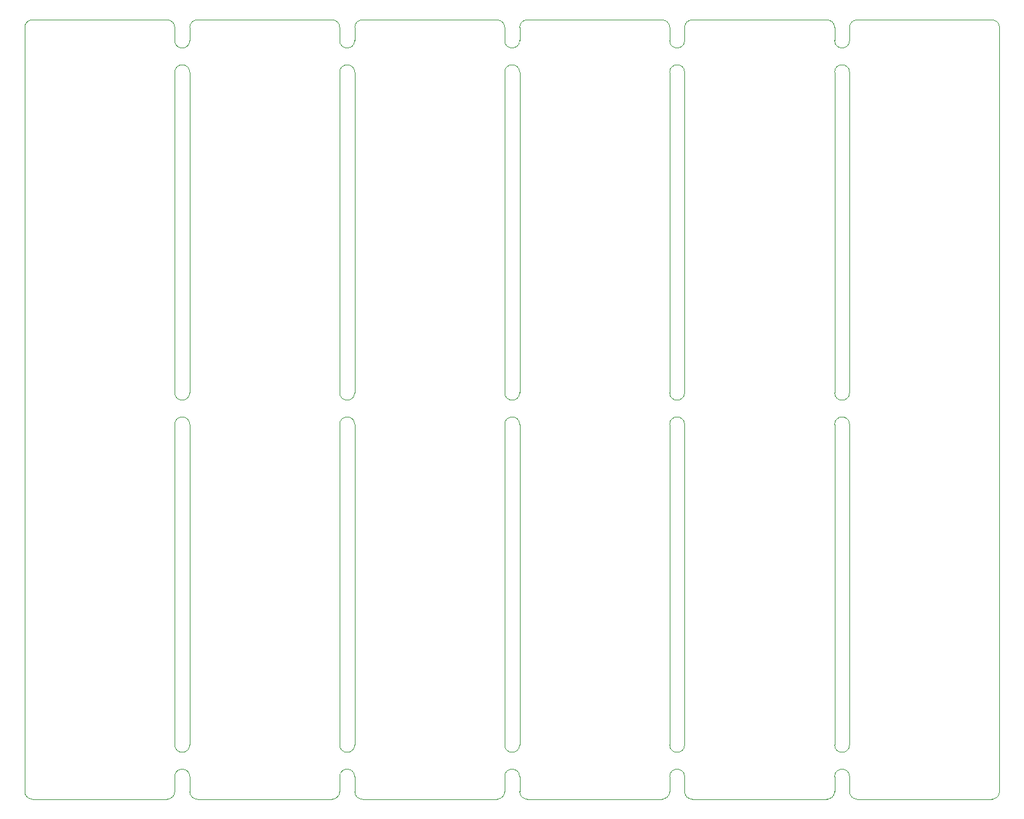
<source format=gbr>
%TF.GenerationSoftware,KiCad,Pcbnew,(6.0.5)*%
%TF.CreationDate,2022-08-13T10:38:26+02:00*%
%TF.ProjectId,clarinoid-devboard,636c6172-696e-46f6-9964-2d646576626f,rev?*%
%TF.SameCoordinates,Original*%
%TF.FileFunction,Profile,NP*%
%FSLAX46Y46*%
G04 Gerber Fmt 4.6, Leading zero omitted, Abs format (unit mm)*
G04 Created by KiCad (PCBNEW (6.0.5)) date 2022-08-13 10:38:26*
%MOMM*%
%LPD*%
G01*
G04 APERTURE LIST*
%TA.AperFunction,Profile*%
%ADD10C,0.100000*%
%TD*%
G04 APERTURE END LIST*
D10*
X135139305Y-44600035D02*
X153139304Y-44600034D01*
X178139304Y-98600034D02*
G75*
G03*
X176139304Y-98600034I-1000000J0D01*
G01*
X178139304Y-145600034D02*
X178139304Y-147600034D01*
X176139304Y-141350034D02*
G75*
G03*
X178139304Y-141350034I1000000J0D01*
G01*
X110139304Y-145600034D02*
X110139303Y-147600033D01*
X112139304Y-98600034D02*
G75*
G03*
X110139304Y-98600034I-1000000J0D01*
G01*
X90139304Y-47350034D02*
X90139305Y-45600035D01*
X153139303Y-148600103D02*
G75*
G03*
X154139303Y-147600033I-103J1000103D01*
G01*
X154139304Y-141350034D02*
G75*
G03*
X156139304Y-141350034I1000000J0D01*
G01*
X134139304Y-51600034D02*
G75*
G03*
X132139304Y-51600034I-1000000J0D01*
G01*
X132139304Y-94350034D02*
G75*
G03*
X134139304Y-94350034I1000000J0D01*
G01*
X154139304Y-94350034D02*
X154139304Y-51600034D01*
X110139304Y-141350034D02*
G75*
G03*
X112139304Y-141350034I1000000J0D01*
G01*
X131139303Y-148600103D02*
G75*
G03*
X132139303Y-147600033I-103J1000103D01*
G01*
X178139304Y-145600034D02*
G75*
G03*
X176139304Y-145600034I-1000000J0D01*
G01*
X68139304Y-45600034D02*
X68139304Y-47350034D01*
X134139304Y-147600034D02*
X134139304Y-145600034D01*
X156139304Y-141350034D02*
X156139304Y-98600034D01*
X91139305Y-44600105D02*
G75*
G03*
X90139305Y-45600035I-105J-999895D01*
G01*
X69139304Y-44600034D02*
X87139303Y-44600035D01*
X68139367Y-147600033D02*
G75*
G03*
X69139305Y-148600033I999933J-67D01*
G01*
X154139304Y-47350034D02*
G75*
G03*
X156139304Y-47350034I1000000J0D01*
G01*
X88139304Y-51600034D02*
X88139304Y-94350034D01*
X176139304Y-94350034D02*
G75*
G03*
X178139304Y-94350034I1000000J0D01*
G01*
X134139304Y-145600034D02*
G75*
G03*
X132139304Y-145600034I-1000000J0D01*
G01*
X176139304Y-141350034D02*
X176139304Y-98600034D01*
X88139304Y-145600034D02*
X88139304Y-147600034D01*
X179139304Y-44600104D02*
G75*
G03*
X178139304Y-45600034I-104J-999896D01*
G01*
X69139304Y-44600004D02*
G75*
G03*
X68139304Y-45600034I96J-1000096D01*
G01*
X157139305Y-44600035D02*
X175139304Y-44600034D01*
X134139304Y-141350034D02*
X134139304Y-98600034D01*
X197139303Y-148600103D02*
G75*
G03*
X198139303Y-147600033I-103J1000103D01*
G01*
X113139305Y-44600035D02*
X131139304Y-44600034D01*
X179139304Y-44600035D02*
X197139303Y-44600034D01*
X197139303Y-148600033D02*
X179139304Y-148600034D01*
X112139304Y-145600034D02*
G75*
G03*
X110139304Y-145600034I-1000000J0D01*
G01*
X135139304Y-148600034D02*
X153139303Y-148600033D01*
X154139304Y-145600034D02*
X154139303Y-147600033D01*
X110139304Y-141350034D02*
X110139304Y-98600034D01*
X134139304Y-98600034D02*
G75*
G03*
X132139304Y-98600034I-1000000J0D01*
G01*
X112139304Y-147600034D02*
X112139304Y-145600034D01*
X131139303Y-148600033D02*
X113139304Y-148600034D01*
X110139304Y-47350034D02*
X110139304Y-45600034D01*
X90139304Y-51600034D02*
G75*
G03*
X88139304Y-51600034I-1000000J0D01*
G01*
X156139304Y-47350034D02*
X156139305Y-45600035D01*
X156139304Y-145600034D02*
G75*
G03*
X154139304Y-145600034I-1000000J0D01*
G01*
X90139304Y-98600034D02*
G75*
G03*
X88139304Y-98600034I-1000000J0D01*
G01*
X90139304Y-141350034D02*
X90139304Y-98600034D01*
X88139304Y-47350034D02*
G75*
G03*
X90139304Y-47350034I1000000J0D01*
G01*
X91139304Y-148600034D02*
X109139303Y-148600033D01*
X178139304Y-141350034D02*
X178139304Y-98600034D01*
X88139365Y-45600035D02*
G75*
G03*
X87139303Y-44600035I-1000065J-65D01*
G01*
X90139304Y-147600034D02*
X90139304Y-145600034D01*
X176139304Y-47350034D02*
X176139304Y-45600034D01*
X176139304Y-145600034D02*
X176139303Y-147600033D01*
X132139304Y-145600034D02*
X132139303Y-147600033D01*
X112139304Y-94350034D02*
X112139304Y-51600034D01*
X157139305Y-44600105D02*
G75*
G03*
X156139305Y-45600035I-105J-999895D01*
G01*
X112139304Y-141350034D02*
X112139304Y-98600034D01*
X69139305Y-148600033D02*
X87139304Y-148600034D01*
X132139304Y-47350034D02*
X132139304Y-45600034D01*
X156139304Y-98600034D02*
G75*
G03*
X154139304Y-98600034I-1000000J0D01*
G01*
X132139304Y-141350034D02*
X132139304Y-98600034D01*
X198139303Y-45600034D02*
X198139303Y-147600033D01*
X88139304Y-98600034D02*
X88139304Y-141350034D01*
X110139366Y-45600034D02*
G75*
G03*
X109139304Y-44600034I-1000066J-66D01*
G01*
X176139304Y-94350034D02*
X176139304Y-51600034D01*
X156139304Y-94350034D02*
X156139304Y-51600034D01*
X88139304Y-94350034D02*
G75*
G03*
X90139304Y-94350034I1000000J0D01*
G01*
X135139305Y-44600105D02*
G75*
G03*
X134139305Y-45600035I-105J-999895D01*
G01*
X176139366Y-45600034D02*
G75*
G03*
X175139304Y-44600034I-1000066J-66D01*
G01*
X88139304Y-141350034D02*
G75*
G03*
X90139304Y-141350034I1000000J0D01*
G01*
X110139304Y-94350034D02*
X110139304Y-51600034D01*
X91139305Y-44600035D02*
X109139304Y-44600034D01*
X154139366Y-45600034D02*
G75*
G03*
X153139304Y-44600034I-1000066J-66D01*
G01*
X198139366Y-45600034D02*
G75*
G03*
X197139303Y-44600034I-1000066J-66D01*
G01*
X176139304Y-47350034D02*
G75*
G03*
X178139304Y-47350034I1000000J0D01*
G01*
X132139366Y-45600034D02*
G75*
G03*
X131139304Y-44600034I-1000066J-66D01*
G01*
X109139303Y-148600103D02*
G75*
G03*
X110139303Y-147600033I-103J1000103D01*
G01*
X134139304Y-47350034D02*
X134139305Y-45600035D01*
X90139304Y-94350034D02*
X90139304Y-51600034D01*
X154139304Y-47350034D02*
X154139304Y-45600034D01*
X112139304Y-51600034D02*
G75*
G03*
X110139304Y-51600034I-1000000J0D01*
G01*
X154139304Y-94350034D02*
G75*
G03*
X156139304Y-94350034I1000000J0D01*
G01*
X112139304Y-47350034D02*
X112139305Y-45600035D01*
X112139366Y-147600034D02*
G75*
G03*
X113139304Y-148600034I999934J-66D01*
G01*
X87139304Y-148600004D02*
G75*
G03*
X88139304Y-147600034I96J999904D01*
G01*
X90139304Y-145600034D02*
G75*
G03*
X88139304Y-145600034I-1000000J0D01*
G01*
X134139304Y-94350034D02*
X134139304Y-51600034D01*
X178139366Y-147600034D02*
G75*
G03*
X179139304Y-148600034I999934J-66D01*
G01*
X110139304Y-47350034D02*
G75*
G03*
X112139304Y-47350034I1000000J0D01*
G01*
X175139303Y-148600033D02*
X157139304Y-148600034D01*
X156139304Y-51600034D02*
G75*
G03*
X154139304Y-51600034I-1000000J0D01*
G01*
X90139366Y-147600034D02*
G75*
G03*
X91139304Y-148600034I999934J-66D01*
G01*
X178139304Y-94350034D02*
X178139304Y-51600034D01*
X132139304Y-47350034D02*
G75*
G03*
X134139304Y-47350034I1000000J0D01*
G01*
X68139305Y-147600033D02*
X68139304Y-145600034D01*
X88139303Y-45600035D02*
X88139304Y-47350034D01*
X178139304Y-47350034D02*
X178139304Y-45600034D01*
X110139304Y-94350034D02*
G75*
G03*
X112139304Y-94350034I1000000J0D01*
G01*
X178139304Y-51600034D02*
G75*
G03*
X176139304Y-51600034I-1000000J0D01*
G01*
X154139304Y-141350034D02*
X154139304Y-98600034D01*
X156139366Y-147600034D02*
G75*
G03*
X157139304Y-148600034I999934J-66D01*
G01*
X113139305Y-44600105D02*
G75*
G03*
X112139305Y-45600035I-105J-999895D01*
G01*
X156139304Y-147600034D02*
X156139304Y-145600034D01*
X134139366Y-147600034D02*
G75*
G03*
X135139304Y-148600034I999934J-66D01*
G01*
X132139304Y-141350034D02*
G75*
G03*
X134139304Y-141350034I1000000J0D01*
G01*
X68139304Y-47350034D02*
X68139304Y-145600034D01*
X132139304Y-94350034D02*
X132139304Y-51600034D01*
X175139303Y-148600103D02*
G75*
G03*
X176139303Y-147600033I-103J1000103D01*
G01*
M02*

</source>
